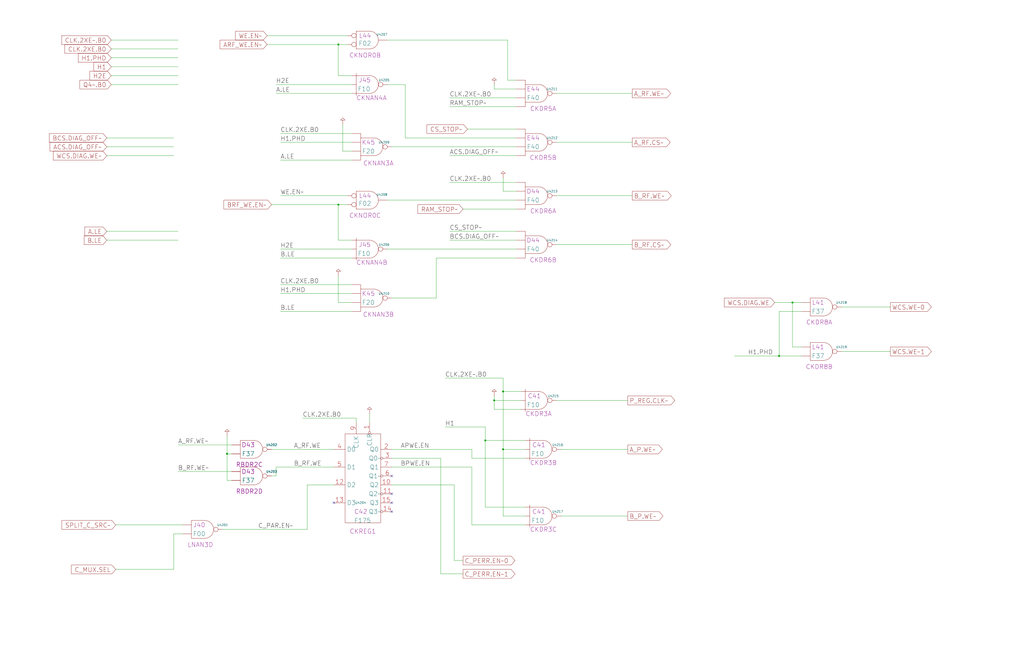
<source format=kicad_sch>
(kicad_sch (version 20250114) (generator "eeschema") (generator_version "9.0")
  (paper "User" 584.2 378.46)
  (title_block (title "CLOCK GENERATION\\nRAM WRITE ENABLES") (date "15-MAR-90") (rev "1.0") (comment 1 "TYPE") (comment 2 "232-003062") (comment 3 "S400") (comment 4 "RELEASED"))
  (lib_symbols
    (symbol "r1000:F00" (pin_numbers (hide yes)) (pin_names (hide yes))
      (property "Reference" "U" (at 15.24 0 0))
      (property "Value" "F00" (at 1.905 -5.08 0))
      (property "Location" "___" (at 1.905 0 0))
      (property "Name" "______" (at 2.54 -12.7 0))
      (symbol "F00_0_1"
        (polyline (pts (xy -2.54 2.54) (xy -2.54 -7.62)) (stroke (width 0.1524)))
        (polyline (pts (xy -2.54 2.54) (xy 5.08 2.54)) (stroke (width 0.1524)))
        (polyline (pts (xy -2.54 -7.62) (xy 5.08 -7.62)) (stroke (width 0.1524)))
        (arc (start 5.08 2.54) (mid 10.1281 -2.54) (end 5.08 -7.62) (stroke (width 0.1524)))
        (circle (center 11.43 -2.54) (radius 1.27) (stroke (width 0.1524)))
      )
      (symbol "F00_0_2"
        (arc (start -3.175 2.54) (mid -2.134 -2.54) (end -3.175 -7.62) (stroke (width 0.1524)))
        (circle (center -3.81 0) (radius 1.27) (stroke (width 0.1524)))
        (circle (center -3.81 -5.08) (radius 1.27) (stroke (width 0.1524)))
        (polyline (pts (xy -3.175 2.54) (xy 3.81 2.54)) (stroke (width 0.1524)))
        (polyline (pts (xy -3.175 -7.62) (xy 3.81 -7.62)) (stroke (width 0.1524)))
        (arc (start 3.81 2.54) (mid 7.5828 0.7472) (end 10.16 -2.54) (stroke (width 0.1524)))
        (arc (start 10.16 -2.54) (mid 7.5855 -5.8306) (end 3.81 -7.62) (stroke (width 0.1524)))
      )
      (symbol "F00_1_1"
        (pin input line (at -7.62 0 0) (length 5.08) (name "D0") (number "1"))
        (pin input line (at -7.62 -5.08 0) (length 5.08) (name "D1") (number "2"))
        (pin output line (at 15.24 -2.54 180) (length 2.54) (name "Q") (number "3"))
      )
      (symbol "F00_1_2"
        (pin input line (at -7.62 0 0) (length 2.54) (name "D0") (number "1"))
        (pin input line (at -7.62 -5.08 0) (length 2.54) (name "D1") (number "2"))
        (pin output line (at 15.24 -2.54 180) (length 5.08) (name "Q") (number "3"))
      )
    )
    (symbol "r1000:F02" (pin_numbers (hide yes)) (pin_names (hide yes))
      (property "Reference" "U" (at 12.16 0.635 0))
      (property "Value" "F02" (at -1.27 -4.445 0))
      (property "Location" "___" (at 2.54 0 0))
      (property "Name" "______" (at 2.54 -12.7 0))
      (symbol "F02_0_1"
        (arc (start -3.81 2.54) (mid -2.9847 -2.54) (end -3.81 -7.62) (stroke (width 0.1524)))
        (polyline (pts (xy -5.08 0) (xy -3.175 0)) (stroke (width 0.1524)))
        (polyline (pts (xy -5.08 -5.08) (xy -3.175 -5.08)) (stroke (width 0.1524)))
        (polyline (pts (xy -3.81 2.54) (xy 2.54 2.54)) (stroke (width 0.1524)))
        (polyline (pts (xy -3.81 -7.62) (xy 2.54 -7.62)) (stroke (width 0.1524)))
        (arc (start 2.54 2.54) (mid 6.9477 0.8966) (end 10.16 -2.54) (stroke (width 0.1524)))
        (arc (start 10.16 -2.54) (mid 6.9515 -5.9823) (end 2.54 -7.62) (stroke (width 0.1524)))
        (circle (center 11.43 -2.54) (radius 1.27) (stroke (width 0.1524)))
        (polyline (pts (xy 13.97 -2.54) (xy 12.7 -2.54)) (stroke (width 0.1524)))
      )
      (symbol "F02_0_2"
        (circle (center -3.81 0) (radius 1.27) (stroke (width 0.1524)))
        (circle (center -3.81 -5.08) (radius 1.27) (stroke (width 0.1524)))
        (polyline (pts (xy -2.54 2.54) (xy -2.54 -7.62)) (stroke (width 0.1524)))
        (polyline (pts (xy -2.54 2.54) (xy 5.08 2.54)) (stroke (width 0.1524)))
        (polyline (pts (xy -2.54 -7.62) (xy 5.08 -7.62)) (stroke (width 0.1524)))
        (arc (start 5.08 2.54) (mid 10.1281 -2.54) (end 5.08 -7.62) (stroke (width 0.1524)))
        (polyline (pts (xy 11.43 -2.54) (xy 10.16 -2.54)) (stroke (width 0.1524)))
        (polyline (pts (xy 11.43 -2.54) (xy 12.7 -2.54)) (stroke (width 0.1524)))
      )
      (symbol "F02_1_1"
        (pin input line (at -7.62 0 0) (length 2.54) (name "D0") (number "1"))
        (pin input line (at -7.62 -5.08 0) (length 2.54) (name "D1") (number "2"))
        (pin output line (at 15.24 -2.54 180) (length 1.27) (name "Q") (number "3"))
      )
      (symbol "F02_1_2"
        (pin input line (at -7.62 0 0) (length 2.54) (name "D0") (number "1"))
        (pin input line (at -7.62 -5.08 0) (length 2.54) (name "D1") (number "2"))
        (pin output line (at 15.24 -2.54 180) (length 2.54) (name "Q") (number "3"))
      )
    )
    (symbol "r1000:F10" (pin_numbers (hide yes)) (pin_names (hide yes))
      (property "Reference" "U" (at 13.335 0 0))
      (property "Value" "F10" (at 5.715 -5.08 0))
      (property "Location" "___" (at -1.27 0 0))
      (property "Name" "______" (at -2.54 -10.16 0))
      (symbol "F10_0_1"
        (polyline (pts (xy -2.54 3.81) (xy -2.54 -8.89)) (stroke (width 0.1524)))
        (polyline (pts (xy -2.54 2.54) (xy 5.08 2.54)) (stroke (width 0.1524)))
        (polyline (pts (xy -2.54 -7.62) (xy 5.08 -7.62)) (stroke (width 0.1524)))
        (arc (start 5.08 2.54) (mid 10.1281 -2.54) (end 5.08 -7.62) (stroke (width 0.1524)))
        (circle (center 11.43 -2.54) (radius 1.27) (stroke (width 0.1524)))
      )
      (symbol "F10_0_2"
        (arc (start -2.54 2.54) (mid -1.8195 -2.54) (end -2.54 -7.62) (stroke (width 0.1524)))
        (polyline (pts (xy -4.445 -2.54) (xy -5.08 -2.54)) (stroke (width 0.1524)))
        (circle (center -3.81 2.54) (radius 1.27) (stroke (width 0.1524)))
        (circle (center -3.81 -7.62) (radius 1.27) (stroke (width 0.1524)))
        (circle (center -3.175 -2.54) (radius 1.27) (stroke (width 0.1524)))
        (polyline (pts (xy -2.54 2.54) (xy 5.08 2.54)) (stroke (width 0.1524)))
        (polyline (pts (xy -2.54 -7.62) (xy 5.08 -7.62)) (stroke (width 0.1524)))
        (arc (start 5.08 2.54) (mid 8.4807 0.6111) (end 10.795 -2.54) (stroke (width 0.1524)))
        (arc (start 10.795 -2.54) (mid 8.4844 -5.6952) (end 5.08 -7.62) (stroke (width 0.1524)))
        (polyline (pts (xy 10.795 -2.54) (xy 12.7 -2.54)) (stroke (width 0.1524)))
      )
      (symbol "F10_1_1"
        (pin input line (at -5.08 2.54 0) (length 2.54) (name "D0") (number "1"))
        (pin input line (at -5.08 -2.54 0) (length 2.54) (name "D1") (number "2"))
        (pin input line (at -5.08 -7.62 0) (length 2.54) (name "D2") (number "3"))
        (pin output line (at 15.24 -2.54 180) (length 2.54) (name "Q") (number "4"))
      )
      (symbol "F10_1_2"
        (pin input line (at -5.08 2.54 0) (length 0) (name "D0") (number "1"))
        (pin input line (at -5.08 -2.54 0) (length 0) (name "D1") (number "2"))
        (pin input line (at -5.08 -7.62 0) (length 0) (name "D2") (number "3"))
        (pin output line (at 15.24 -2.54 180) (length 2.54) (name "Q") (number "4"))
      )
    )
    (symbol "r1000:F175" (pin_names (offset 1.016))
      (property "Reference" "U" (at 2.54 5.08 0))
      (property "Value" "F175" (at -1.27 -5.08 0))
      (property "Location" "___" (at -1.27 0 0))
      (property "Name" "______" (at 3.81 -12.7 0))
      (symbol "F175_1_1"
        (rectangle (start -6.35 44.45) (end 13.97 -6.35))
        (circle (center 7.62 45.085) (radius 0.635))
        (circle (center 14.605 30.48) (radius 0.635))
        (circle (center 14.605 20.32) (radius 0.635))
        (circle (center 14.605 10.16) (radius 0.635))
        (circle (center 14.605 0) (radius 0.635))
        (pin input line (at -12.7 35.56 0) (length 6.35) (name "D0") (number "4"))
        (pin input line (at -12.7 25.4 0) (length 6.35) (name "D1") (number "5"))
        (pin input line (at -12.7 15.24 0) (length 6.35) (name "D2") (number "12"))
        (pin input line (at -12.7 5.08 0) (length 6.35) (name "D3") (number "13"))
        (pin input line (at 0 50.8 270) (length 6.35) (name "CLK") (number "9"))
        (pin input line (at 7.62 50.8 270) (length 5.08) (name "CLR") (number "1"))
        (pin output line (at 20.32 35.56 180) (length 6.35) (name "Q0") (number "2"))
        (pin output line (at 20.32 30.48 180) (length 5.08) (name "Q0~") (number "3"))
        (pin output line (at 20.32 25.4 180) (length 6.35) (name "Q1") (number "7"))
        (pin output line (at 20.32 20.32 180) (length 5.08) (name "Q1~") (number "6"))
        (pin output line (at 20.32 15.24 180) (length 6.35) (name "Q2") (number "10"))
        (pin output line (at 20.32 10.16 180) (length 5.08) (name "Q2~") (number "11"))
        (pin output line (at 20.32 5.08 180) (length 6.35) (name "Q3") (number "15"))
        (pin output line (at 20.32 0 180) (length 5.08) (name "Q3~") (number "14"))
      )
    )
    (symbol "r1000:F20" (pin_numbers (hide yes)) (pin_names (hide yes))
      (property "Reference" "U" (at 8.255 2.54 0))
      (property "Value" "F20" (at -0.635 -2.54 0))
      (property "Location" "___" (at -0.635 2.54 0))
      (property "Name" "______" (at 5.08 -10.795 0))
      (symbol "F20_0_1"
        (polyline (pts (xy -5.08 7.62) (xy -5.08 5.08)) (stroke (width 0.1524)))
        (polyline (pts (xy -5.08 5.08) (xy -5.08 -5.08)) (stroke (width 0.1524)))
        (polyline (pts (xy -5.08 -5.08) (xy -5.08 -7.62)) (stroke (width 0.1524)))
        (arc (start 2.54 5.08) (mid 7.5882 0) (end 2.54 -5.08) (stroke (width 0.1524)))
        (polyline (pts (xy 2.54 5.08) (xy -5.08 5.08)) (stroke (width 0.1524)))
        (polyline (pts (xy 2.54 -5.08) (xy -5.08 -5.08)) (stroke (width 0.1524)))
        (circle (center 8.89 0) (radius 1.27) (stroke (width 0.1524)))
      )
      (symbol "F20_0_2"
        (arc (start -6.35 7.62) (mid -5.3975 0) (end -6.35 -7.62) (stroke (width 0.1524)))
        (circle (center -7.62 7.62) (radius 1.27) (stroke (width 0.1524)))
        (circle (center -7.62 -7.62) (radius 1.27) (stroke (width 0.1524)))
        (circle (center -6.985 2.54) (radius 1.27) (stroke (width 0.1524)))
        (circle (center -6.985 -2.54) (radius 1.27) (stroke (width 0.1524)))
        (polyline (pts (xy -5.715 5.08) (xy 1.27 5.08)) (stroke (width 0.1524)))
        (polyline (pts (xy -5.715 -5.08) (xy 1.27 -5.08)) (stroke (width 0.1524)))
        (arc (start 7.62 0) (mid 5.0518 -3.2985) (end 1.27 -5.08) (stroke (width 0.1524)))
        (arc (start 1.27 5.08) (mid 5.0518 3.2985) (end 7.62 0) (stroke (width 0.1524)))
      )
      (symbol "F20_1_1"
        (pin input line (at -10.16 7.62 0) (length 5.08) (name "D0") (number "1"))
        (pin input line (at -10.16 2.54 0) (length 5.08) (name "D1") (number "2"))
        (pin input line (at -10.16 -2.54 0) (length 5.08) (name "D2") (number "4"))
        (pin input line (at -10.16 -7.62 0) (length 5.08) (name "D3") (number "5"))
        (pin output line (at 12.7 0 180) (length 2.54) (name "Q") (number "6"))
      )
      (symbol "F20_1_2"
        (pin input line (at -10.16 7.62 0) (length 1.27) (name "D0") (number "1"))
        (pin input line (at -10.16 2.54 0) (length 1.905) (name "D1") (number "2"))
        (pin input line (at -10.16 -2.54 0) (length 1.905) (name "D2") (number "4"))
        (pin input line (at -10.16 -7.62 0) (length 1.27) (name "D3") (number "5"))
        (pin output line (at 12.7 0 180) (length 5.08) (name "Q") (number "6"))
      )
    )
    (symbol "r1000:F37" (pin_numbers (hide yes)) (pin_names (offset 0) (hide yes))
      (property "Reference" "U" (at 15.24 0 0))
      (property "Value" "F37" (at 1.905 -5.08 0))
      (property "Location" "___" (at 1.905 0 0))
      (property "Name" "______" (at 2.54 -12.7 0))
      (symbol "F37_0_1"
        (polyline (pts (xy -2.54 2.54) (xy -2.54 -7.62)) (stroke (width 0.1524)))
        (polyline (pts (xy -2.54 2.54) (xy 5.08 2.54)) (stroke (width 0.1524)))
        (polyline (pts (xy -2.54 -7.62) (xy 5.08 -7.62)) (stroke (width 0.1524)))
        (arc (start 5.08 2.54) (mid 10.1281 -2.54) (end 5.08 -7.62) (stroke (width 0.1524)))
        (circle (center 11.43 -2.54) (radius 1.27) (stroke (width 0.1524)))
      )
      (symbol "F37_0_2"
        (arc (start -3.175 2.54) (mid -2.134 -2.54) (end -3.175 -7.62) (stroke (width 0.1524)))
        (circle (center -3.81 0) (radius 1.27) (stroke (width 0.1524)))
        (circle (center -3.81 -5.08) (radius 1.27) (stroke (width 0.1524)))
        (polyline (pts (xy -3.175 2.54) (xy 3.81 2.54)) (stroke (width 0.1524)))
        (polyline (pts (xy -3.175 -7.62) (xy 3.81 -7.62)) (stroke (width 0.1524)))
        (arc (start 3.81 2.54) (mid 7.5828 0.7472) (end 10.16 -2.54) (stroke (width 0.1524)))
        (arc (start 10.16 -2.54) (mid 7.5855 -5.8306) (end 3.81 -7.62) (stroke (width 0.1524)))
      )
      (symbol "F37_1_1"
        (pin input line (at -7.62 0 0) (length 5.08) (name "D0") (number "1"))
        (pin input line (at -7.62 -5.08 0) (length 5.08) (name "D1") (number "2"))
        (pin output line (at 15.24 -2.54 180) (length 2.54) (name "Q") (number "3"))
      )
      (symbol "F37_1_2"
        (pin input line (at -7.62 0 0) (length 2.54) (name "D0") (number "1"))
        (pin input line (at -7.62 -5.08 0) (length 2.54) (name "D1") (number "2"))
        (pin output line (at 15.24 -2.54 180) (length 5.08) (name "Q") (number "3"))
      )
    )
    (symbol "r1000:F40" (pin_numbers (hide yes)) (pin_names (hide yes))
      (property "Reference" "U" (at 12.7 2.54 0))
      (property "Value" "F40" (at 1.905 -2.54 0))
      (property "Location" "___" (at 1.905 2.54 0))
      (property "Name" "______" (at 7.62 -10.16 0))
      (symbol "F40_0_0"
        (polyline (pts (xy -2.54 5.08) (xy 5.08 5.08)) (stroke (width 0.1524)))
        (polyline (pts (xy -2.54 -5.08) (xy 5.08 -5.08)) (stroke (width 0.1524)))
        (arc (start 5.08 5.08) (mid 8.6721 3.5921) (end 10.16 0) (stroke (width 0.1524)))
        (arc (start 10.16 0) (mid 8.6721 -3.5921) (end 5.08 -5.08) (stroke (width 0.1524)))
        (circle (center 11.43 0) (radius 1.27) (stroke (width 0.1524)))
      )
      (symbol "F40_0_1"
        (polyline (pts (xy -2.54 7.62) (xy -2.54 5.08)) (stroke (width 0.1524)))
        (polyline (pts (xy -2.54 5.08) (xy -2.54 -5.08)) (stroke (width 0.1524)))
        (polyline (pts (xy -2.54 -5.08) (xy -2.54 -7.62)) (stroke (width 0.1524)))
      )
      (symbol "F40_1_1"
        (pin input line (at -7.62 7.62 0) (length 5.08) (name "D0") (number "1"))
        (pin input line (at -7.62 2.54 0) (length 5.08) (name "D3") (number "2"))
        (pin input line (at -7.62 -2.54 0) (length 5.08) (name "D4") (number "4"))
        (pin input line (at -7.62 -7.62 0) (length 5.08) (name "D5") (number "5"))
        (pin output line (at 15.24 0 180) (length 2.54) (name "Q") (number "6"))
      )
    )
    (symbol "r1000:PU" (power) (pin_numbers (hide yes)) (pin_names (hide yes))
      (symbol "PU_0_1"
        (polyline (pts (xy 0 2.54) (xy -1.27 2.54) (xy 0 3.81) (xy 1.27 2.54) (xy 0 2.54)) (stroke (width 0.1524)))
      )
      (symbol "PU_1_1"
        (pin power_in line (at 0 0 90) (length 2.54) (name "PU") (number "1"))
      )
    )
  )
  (junction (at 444.5 203.2))
  (junction (at 281.94 228.6))
  (junction (at 287.02 256.54))
  (junction (at 193.04 116.84))
  (junction (at 193.04 25.4))
  (junction (at 452.12 172.72))
  (junction (at 129.54 259.08))
  (junction (at 287.02 223.52))
  (junction (at 276.86 251.46))
  (no_connect (at 190.5 287.02))
  (no_connect (at 223.52 287.02))
  (no_connect (at 223.52 292.1))
  (no_connect (at 223.52 271.78))
  (no_connect (at 223.52 281.94))
  (wire (pts (xy 160.02 91.44) (xy 200.66 91.44)))
  (wire (pts (xy 193.04 43.18) (xy 193.04 25.4)))
  (wire (pts (xy 281.94 233.68) (xy 281.94 228.6)))
  (wire (pts (xy 60.96 137.16) (xy 101.6 137.16)))
  (wire (pts (xy 299.72 294.64) (xy 287.02 294.64)))
  (wire (pts (xy 480.06 175.26) (xy 508 175.26)))
  (wire (pts (xy 289.56 45.72) (xy 294.64 45.72)))
  (wire (pts (xy 256.54 132.08) (xy 294.64 132.08)))
  (wire (pts (xy 266.7 73.66) (xy 294.64 73.66)))
  (wire (pts (xy 160.02 162.56) (xy 200.66 162.56)))
  (wire (pts (xy 294.64 78.74) (xy 231.14 78.74)))
  (wire (pts (xy 441.96 172.72) (xy 452.12 172.72)))
  (wire (pts (xy 66.04 325.12) (xy 99.06 325.12)))
  (wire (pts (xy 220.98 142.24) (xy 294.64 142.24)))
  (wire (pts (xy 452.12 198.12) (xy 452.12 172.72)))
  (wire (pts (xy 317.5 111.76) (xy 360.68 111.76)))
  (wire (pts (xy 193.04 25.4) (xy 198.12 25.4)))
  (wire (pts (xy 294.64 109.22) (xy 287.02 109.22)))
  (wire (pts (xy 99.06 304.8) (xy 99.06 325.12)))
  (wire (pts (xy 276.86 243.84) (xy 254 243.84)))
  (wire (pts (xy 223.52 261.62) (xy 251.46 261.62)))
  (wire (pts (xy 256.54 137.16) (xy 294.64 137.16)))
  (wire (pts (xy 457.2 198.12) (xy 452.12 198.12)))
  (wire (pts (xy 157.48 48.26) (xy 200.66 48.26)))
  (wire (pts (xy 200.66 43.18) (xy 193.04 43.18)))
  (wire (pts (xy 193.04 172.72) (xy 193.04 157.48)))
  (wire (pts (xy 287.02 109.22) (xy 287.02 101.6)))
  (wire (pts (xy 457.2 177.8) (xy 444.5 177.8)))
  (wire (pts (xy 157.48 266.7) (xy 157.48 271.78)))
  (wire (pts (xy 264.16 119.38) (xy 294.64 119.38)))
  (wire (pts (xy 287.02 256.54) (xy 299.72 256.54)))
  (wire (pts (xy 317.5 228.6) (xy 358.14 228.6)))
  (wire (pts (xy 480.06 200.66) (xy 508 200.66)))
  (wire (pts (xy 287.02 215.9) (xy 254 215.9)))
  (wire (pts (xy 200.66 86.36) (xy 195.58 86.36)))
  (wire (pts (xy 289.56 22.86) (xy 289.56 45.72)))
  (wire (pts (xy 297.18 233.68) (xy 281.94 233.68)))
  (wire (pts (xy 157.48 271.78) (xy 154.94 271.78)))
  (wire (pts (xy 276.86 289.56) (xy 276.86 251.46)))
  (wire (pts (xy 419.1 203.2) (xy 444.5 203.2)))
  (wire (pts (xy 269.24 261.62) (xy 269.24 256.54)))
  (wire (pts (xy 294.64 147.32) (xy 248.92 147.32)))
  (wire (pts (xy 248.92 170.18) (xy 223.52 170.18)))
  (wire (pts (xy 299.72 299.72) (xy 269.24 299.72)))
  (wire (pts (xy 172.72 238.76) (xy 203.2 238.76)))
  (wire (pts (xy 231.14 48.26) (xy 220.98 48.26)))
  (wire (pts (xy 256.54 55.88) (xy 294.64 55.88)))
  (wire (pts (xy 299.72 261.62) (xy 269.24 261.62)))
  (wire (pts (xy 320.04 294.64) (xy 358.14 294.64)))
  (wire (pts (xy 210.82 236.22) (xy 210.82 241.3)))
  (wire (pts (xy 259.08 276.86) (xy 259.08 320.04)))
  (wire (pts (xy 223.52 266.7) (xy 269.24 266.7)))
  (wire (pts (xy 160.02 167.64) (xy 200.66 167.64)))
  (wire (pts (xy 256.54 88.9) (xy 294.64 88.9)))
  (wire (pts (xy 63.5 27.94) (xy 101.6 27.94)))
  (wire (pts (xy 160.02 177.8) (xy 200.66 177.8)))
  (wire (pts (xy 101.6 269.24) (xy 132.08 269.24)))
  (wire (pts (xy 299.72 289.56) (xy 276.86 289.56)))
  (wire (pts (xy 317.5 81.28) (xy 360.68 81.28)))
  (wire (pts (xy 287.02 223.52) (xy 297.18 223.52)))
  (wire (pts (xy 190.5 266.7) (xy 157.48 266.7)))
  (wire (pts (xy 281.94 228.6) (xy 281.94 226.06)))
  (wire (pts (xy 320.04 256.54) (xy 358.14 256.54)))
  (wire (pts (xy 317.5 139.7) (xy 360.68 139.7)))
  (wire (pts (xy 154.94 116.84) (xy 193.04 116.84)))
  (wire (pts (xy 294.64 50.8) (xy 281.94 50.8)))
  (wire (pts (xy 160.02 76.2) (xy 200.66 76.2)))
  (wire (pts (xy 220.98 22.86) (xy 289.56 22.86)))
  (wire (pts (xy 129.54 259.08) (xy 129.54 248.92)))
  (wire (pts (xy 223.52 83.82) (xy 294.64 83.82)))
  (wire (pts (xy 60.96 132.08) (xy 101.6 132.08)))
  (wire (pts (xy 160.02 142.24) (xy 200.66 142.24)))
  (wire (pts (xy 287.02 294.64) (xy 287.02 256.54)))
  (wire (pts (xy 256.54 60.96) (xy 294.64 60.96)))
  (wire (pts (xy 248.92 147.32) (xy 248.92 170.18)))
  (wire (pts (xy 251.46 327.66) (xy 264.16 327.66)))
  (wire (pts (xy 129.54 259.08) (xy 132.08 259.08)))
  (wire (pts (xy 231.14 78.74) (xy 231.14 48.26)))
  (wire (pts (xy 60.96 88.9) (xy 99.06 88.9)))
  (wire (pts (xy 287.02 223.52) (xy 287.02 215.9)))
  (wire (pts (xy 175.26 302.26) (xy 127 302.26)))
  (wire (pts (xy 63.5 38.1) (xy 101.6 38.1)))
  (wire (pts (xy 281.94 50.8) (xy 281.94 48.26)))
  (wire (pts (xy 132.08 274.32) (xy 129.54 274.32)))
  (wire (pts (xy 157.48 53.34) (xy 200.66 53.34)))
  (wire (pts (xy 256.54 104.14) (xy 294.64 104.14)))
  (wire (pts (xy 444.5 177.8) (xy 444.5 203.2)))
  (wire (pts (xy 287.02 256.54) (xy 287.02 223.52)))
  (wire (pts (xy 152.4 20.32) (xy 198.12 20.32)))
  (wire (pts (xy 63.5 48.26) (xy 101.6 48.26)))
  (wire (pts (xy 193.04 116.84) (xy 198.12 116.84)))
  (wire (pts (xy 276.86 251.46) (xy 276.86 243.84)))
  (wire (pts (xy 63.5 22.86) (xy 101.6 22.86)))
  (wire (pts (xy 193.04 137.16) (xy 193.04 116.84)))
  (wire (pts (xy 200.66 137.16) (xy 193.04 137.16)))
  (wire (pts (xy 160.02 81.28) (xy 200.66 81.28)))
  (wire (pts (xy 160.02 147.32) (xy 200.66 147.32)))
  (wire (pts (xy 63.5 33.02) (xy 101.6 33.02)))
  (wire (pts (xy 152.4 25.4) (xy 193.04 25.4)))
  (wire (pts (xy 444.5 203.2) (xy 457.2 203.2)))
  (wire (pts (xy 154.94 256.54) (xy 190.5 256.54)))
  (wire (pts (xy 317.5 53.34) (xy 360.68 53.34)))
  (wire (pts (xy 452.12 172.72) (xy 457.2 172.72)))
  (wire (pts (xy 259.08 320.04) (xy 264.16 320.04)))
  (wire (pts (xy 160.02 111.76) (xy 198.12 111.76)))
  (wire (pts (xy 200.66 172.72) (xy 193.04 172.72)))
  (wire (pts (xy 195.58 86.36) (xy 195.58 71.12)))
  (wire (pts (xy 203.2 241.3) (xy 203.2 238.76)))
  (wire (pts (xy 223.52 256.54) (xy 269.24 256.54)))
  (wire (pts (xy 104.14 304.8) (xy 99.06 304.8)))
  (wire (pts (xy 269.24 299.72) (xy 269.24 266.7)))
  (wire (pts (xy 129.54 274.32) (xy 129.54 259.08)))
  (wire (pts (xy 281.94 228.6) (xy 297.18 228.6)))
  (wire (pts (xy 101.6 254) (xy 132.08 254)))
  (wire (pts (xy 251.46 261.62) (xy 251.46 327.66)))
  (wire (pts (xy 60.96 83.82) (xy 99.06 83.82)))
  (wire (pts (xy 299.72 251.46) (xy 276.86 251.46)))
  (wire (pts (xy 220.98 114.3) (xy 294.64 114.3)))
  (wire (pts (xy 60.96 78.74) (xy 99.06 78.74)))
  (wire (pts (xy 63.5 43.18) (xy 101.6 43.18)))
  (wire (pts (xy 190.5 276.86) (xy 175.26 276.86)))
  (wire (pts (xy 175.26 276.86) (xy 175.26 302.26)))
  (wire (pts (xy 66.04 299.72) (xy 104.14 299.72)))
  (wire (pts (xy 223.52 276.86) (xy 259.08 276.86)))
  (label "A_RF.WE" (at 167.64 256.54 0) (effects (font (size 2.54 2.54))))
  (label "A_RF.WE~" (at 101.6 254 0) (effects (font (size 2.54 2.54))))
  (label "B_RF.WE" (at 167.64 266.7 0) (effects (font (size 2.54 2.54))))
  (label "CLK.2XE~.B0" (at 256.54 104.14 0) (effects (font (size 2.54 2.54))))
  (label "BPWE.EN" (at 228.6 266.7 0) (effects (font (size 2.54 2.54))))
  (label "B.LE" (at 160.02 147.32 0) (effects (font (size 2.54 2.54))))
  (label "A.LE" (at 160.02 91.44 0) (effects (font (size 2.54 2.54))))
  (label "B_RF.WE~" (at 101.6 269.24 0) (effects (font (size 2.54 2.54))))
  (label "ACS.DIAG_OFF~" (at 256.54 88.9 0) (effects (font (size 2.54 2.54))))
  (label "CLK.2XE~.B0" (at 254 215.9 0) (effects (font (size 2.54 2.54))))
  (label "B.LE" (at 160.02 177.8 0) (effects (font (size 2.54 2.54))))
  (label "BCS.DIAG_OFF~" (at 256.54 137.16 0) (effects (font (size 2.54 2.54))))
  (label "H1" (at 254 243.84 0) (effects (font (size 2.54 2.54))))
  (label "CLK.2XE.B0" (at 160.02 162.56 0) (effects (font (size 2.54 2.54))))
  (label "H1.PHD" (at 426.72 203.2 0) (effects (font (size 2.54 2.54))))
  (label "C_PAR.EN~" (at 147.32 302.26 0) (effects (font (size 2.54 2.54))))
  (label "CS_STOP~" (at 256.54 132.08 0) (effects (font (size 2.54 2.54))))
  (label "CLK.2XE.B0" (at 172.72 238.76 0) (effects (font (size 2.54 2.54))))
  (label "H2E" (at 160.02 142.24 0) (effects (font (size 2.54 2.54))))
  (label "WE.EN~" (at 160.02 111.76 0) (effects (font (size 2.54 2.54))))
  (label "APWE.EN" (at 228.6 256.54 0) (effects (font (size 2.54 2.54))))
  (label "CLK.2XE.B0" (at 160.02 76.2 0) (effects (font (size 2.54 2.54))))
  (label "CLK.2XE~.B0" (at 256.54 55.88 0) (effects (font (size 2.54 2.54))))
  (label "A.LE" (at 157.48 53.34 0) (effects (font (size 2.54 2.54))))
  (label "H1.PHD" (at 160.02 167.64 0) (effects (font (size 2.54 2.54))))
  (label "RAM_STOP~" (at 256.54 60.96 0) (effects (font (size 2.54 2.54))))
  (label "H2E" (at 157.48 48.26 0) (effects (font (size 2.54 2.54))))
  (label "H1.PHD" (at 160.02 81.28 0) (effects (font (size 2.54 2.54))))
  (global_label "C_MUX.SEL" (shape input) (at 66.04 325.12 180) (effects (font (size 2.54 2.54))) (property "Intersheetrefs" "${INTERSHEET_REFS}" (at 40.773 324.9613 0) (effects (font (size 1.905 1.905)) (justify right))))
  (global_label "ACS.DIAG_OFF~" (shape input) (at 60.96 83.82 180) (effects (font (size 2.54 2.54))) (property "Intersheetrefs" "${INTERSHEET_REFS}" (at 28.5569 83.6613 0) (effects (font (size 1.905 1.905)) (justify right))))
  (global_label "A_RF.CS~" (shape output) (at 360.68 81.28 0) (effects (font (size 2.54 2.54))) (property "Intersheetrefs" "${INTERSHEET_REFS}" (at 382.3184 81.1213 0) (effects (font (size 1.905 1.905)) (justify left))))
  (global_label "Q4~.B0" (shape input) (at 63.5 48.26 180) (effects (font (size 2.54 2.54))) (property "Intersheetrefs" "${INTERSHEET_REFS}" (at 45.6111 48.1013 0) (effects (font (size 1.905 1.905)) (justify right))))
  (global_label "WCS.WE~0" (shape output) (at 508 175.26 0) (effects (font (size 2.54 2.54))) (property "Intersheetrefs" "${INTERSHEET_REFS}" (at 531.3317 175.1013 0) (effects (font (size 1.905 1.905)) (justify left))))
  (global_label "A_RF.WE~" (shape output) (at 360.68 53.34 0) (effects (font (size 2.54 2.54))) (property "Intersheetrefs" "${INTERSHEET_REFS}" (at 382.5603 53.1813 0) (effects (font (size 1.905 1.905)) (justify left))))
  (global_label "B.LE" (shape input) (at 60.96 137.16 180) (effects (font (size 2.54 2.54))) (property "Intersheetrefs" "${INTERSHEET_REFS}" (at 48.0302 137.0013 0) (effects (font (size 1.905 1.905)) (justify right))))
  (global_label "C_PERR.EN~0" (shape output) (at 264.16 320.04 0) (effects (font (size 2.54 2.54))) (property "Intersheetrefs" "${INTERSHEET_REFS}" (at 293.7812 319.8813 0) (effects (font (size 1.905 1.905)) (justify left))))
  (global_label "P_REG.CLK~" (shape output) (at 358.14 228.6 0) (effects (font (size 2.54 2.54))) (property "Intersheetrefs" "${INTERSHEET_REFS}" (at 384.9793 228.4413 0) (effects (font (size 1.905 1.905)) (justify left))))
  (global_label "CLK.2XE~.B0" (shape input) (at 63.5 22.86 180) (effects (font (size 2.54 2.54))) (property "Intersheetrefs" "${INTERSHEET_REFS}" (at 35.2092 22.7013 0) (effects (font (size 1.905 1.905)) (justify right))))
  (global_label "WCS.DIAG.WE~" (shape input) (at 60.96 88.9 180) (effects (font (size 2.54 2.54))) (property "Intersheetrefs" "${INTERSHEET_REFS}" (at 30.3711 88.7413 0) (effects (font (size 1.905 1.905)) (justify right))))
  (global_label "SPLIT_C_SRC~" (shape input) (at 66.04 299.72 180) (effects (font (size 2.54 2.54))) (property "Intersheetrefs" "${INTERSHEET_REFS}" (at 35.3302 299.5613 0) (effects (font (size 1.905 1.905)) (justify right))))
  (global_label "B_P.WE~" (shape output) (at 358.14 294.64 0) (effects (font (size 2.54 2.54))) (property "Intersheetrefs" "${INTERSHEET_REFS}" (at 378.206 294.4813 0) (effects (font (size 1.905 1.905)) (justify left))))
  (global_label "BRF_WE.EN~" (shape input) (at 154.94 116.84 180) (effects (font (size 2.54 2.54))) (property "Intersheetrefs" "${INTERSHEET_REFS}" (at 127.7378 116.6813 0) (effects (font (size 1.905 1.905)) (justify right))))
  (global_label "ARF_WE.EN~" (shape input) (at 152.4 25.4 180) (effects (font (size 2.54 2.54))) (property "Intersheetrefs" "${INTERSHEET_REFS}" (at 125.5607 25.2413 0) (effects (font (size 1.905 1.905)) (justify right))))
  (global_label "B_RF.WE~" (shape output) (at 360.68 111.76 0) (effects (font (size 2.54 2.54))) (property "Intersheetrefs" "${INTERSHEET_REFS}" (at 382.9231 111.6013 0) (effects (font (size 1.905 1.905)) (justify left))))
  (global_label "WCS.DIAG.WE" (shape input) (at 441.96 172.72 180) (effects (font (size 2.54 2.54))) (property "Intersheetrefs" "${INTERSHEET_REFS}" (at 413.1854 172.5613 0) (effects (font (size 1.905 1.905)) (justify right))))
  (global_label "A.LE" (shape input) (at 60.96 132.08 180) (effects (font (size 2.54 2.54))) (property "Intersheetrefs" "${INTERSHEET_REFS}" (at 48.393 131.9213 0) (effects (font (size 1.905 1.905)) (justify right))))
  (global_label "H1.PHD" (shape input) (at 63.5 33.02 180) (effects (font (size 2.54 2.54))) (property "Intersheetrefs" "${INTERSHEET_REFS}" (at 44.6435 32.8613 0) (effects (font (size 1.905 1.905)) (justify right))))
  (global_label "CLK.2XE.B0" (shape input) (at 63.5 27.94 180) (effects (font (size 2.54 2.54))) (property "Intersheetrefs" "${INTERSHEET_REFS}" (at 37.0235 27.7813 0) (effects (font (size 1.905 1.905)) (justify right))))
  (global_label "B_RF.CS~" (shape output) (at 360.68 139.7 0) (effects (font (size 2.54 2.54))) (property "Intersheetrefs" "${INTERSHEET_REFS}" (at 382.6812 139.5413 0) (effects (font (size 1.905 1.905)) (justify left))))
  (global_label "A_P.WE~" (shape output) (at 358.14 256.54 0) (effects (font (size 2.54 2.54))) (property "Intersheetrefs" "${INTERSHEET_REFS}" (at 377.8431 256.3813 0) (effects (font (size 1.905 1.905)) (justify left))))
  (global_label "C_PERR.EN~1" (shape output) (at 264.16 327.66 0) (effects (font (size 2.54 2.54))) (property "Intersheetrefs" "${INTERSHEET_REFS}" (at 293.7812 327.5013 0) (effects (font (size 1.905 1.905)) (justify left))))
  (global_label "CS_STOP~" (shape input) (at 266.7 73.66 180) (effects (font (size 2.54 2.54))) (property "Intersheetrefs" "${INTERSHEET_REFS}" (at 243.6102 73.5013 0) (effects (font (size 1.905 1.905)) (justify right))))
  (global_label "H2E" (shape input) (at 63.5 43.18 180) (effects (font (size 2.54 2.54))) (property "Intersheetrefs" "${INTERSHEET_REFS}" (at 51.2959 43.0213 0) (effects (font (size 1.905 1.905)) (justify right))))
  (global_label "H1" (shape input) (at 63.5 38.1 180) (effects (font (size 2.54 2.54))) (property "Intersheetrefs" "${INTERSHEET_REFS}" (at 53.594 37.9413 0) (effects (font (size 1.905 1.905)) (justify right))))
  (global_label "RAM_STOP~" (shape input) (at 264.16 119.38 180) (effects (font (size 2.54 2.54))) (property "Intersheetrefs" "${INTERSHEET_REFS}" (at 238.4092 119.2213 0) (effects (font (size 1.905 1.905)) (justify right))))
  (global_label "BCS.DIAG_OFF~" (shape input) (at 60.96 78.74 180) (effects (font (size 2.54 2.54))) (property "Intersheetrefs" "${INTERSHEET_REFS}" (at 28.194 78.5813 0) (effects (font (size 1.905 1.905)) (justify right))))
  (global_label "WCS.WE~1" (shape output) (at 508 200.66 0) (effects (font (size 2.54 2.54))) (property "Intersheetrefs" "${INTERSHEET_REFS}" (at 531.3317 200.5013 0) (effects (font (size 1.905 1.905)) (justify left))))
  (global_label "WE.EN~" (shape input) (at 152.4 20.32 180) (effects (font (size 2.54 2.54))) (property "Intersheetrefs" "${INTERSHEET_REFS}" (at 134.3902 20.1613 0) (effects (font (size 1.905 1.905)) (justify right))))
  (symbol (lib_id "r1000:PU") (at 129.54 248.92 0) (unit 1)
    (property "Reference" "#PWR04202" (effects (hide yes)))
    (property "Value" "PU" (effects (hide yes)))
  )
  (symbol (lib_id "r1000:F00") (at 111.76 299.72 0) (unit 1)
    (property "Reference" "U4201" (at 127 299.72 0))
    (property "Value" "F00" (at 113.665 304.8 0) (effects (font (size 2.54 2.54))))
    (property "Location" "J40" (at 113.665 299.72 0) (effects (font (size 2.54 2.54))))
    (property "Name" "LNAN3D" (at 114.3 312.42 0) (effects (font (size 2.54 2.54)) (justify bottom)))
  )
  (symbol (lib_id "r1000:PU") (at 193.04 157.48 0) (unit 1)
    (property "Reference" "#PWR04203" (effects (hide yes)))
    (property "Value" "PU" (effects (hide yes)))
  )
  (symbol (lib_id "r1000:PU") (at 281.94 48.26 0) (unit 1)
    (property "Reference" "#PWR0110" (effects (hide yes)))
    (property "Value" "PU" (effects (hide yes)))
  )
  (symbol (lib_id "r1000:F40") (at 302.26 139.7 0) (unit 1)
    (property "Reference" "U4214" (at 314.96 137.16 0))
    (property "Value" "F40" (at 304.165 142.24 0) (effects (font (size 2.54 2.54))))
    (property "Location" "D44" (at 304.165 137.16 0) (effects (font (size 2.54 2.54))))
    (property "Name" "CKDR6B" (at 309.88 149.86 0) (effects (font (size 2.54 2.54)) (justify bottom)))
  )
  (symbol (lib_id "r1000:F40") (at 302.26 53.34 0) (unit 1)
    (property "Reference" "U4211" (at 314.96 50.8 0))
    (property "Value" "F40" (at 304.165 55.88 0) (effects (font (size 2.54 2.54))))
    (property "Location" "E44" (at 304.165 50.8 0) (effects (font (size 2.54 2.54))))
    (property "Name" "CKDR5A" (at 309.88 63.5 0) (effects (font (size 2.54 2.54)) (justify bottom)))
  )
  (symbol (lib_id "r1000:F40") (at 302.26 111.76 0) (unit 1)
    (property "Reference" "U4213" (at 314.96 109.22 0))
    (property "Value" "F40" (at 304.165 114.3 0) (effects (font (size 2.54 2.54))))
    (property "Location" "D44" (at 304.165 109.22 0) (effects (font (size 2.54 2.54))))
    (property "Name" "CKDR6A" (at 309.88 121.92 0) (effects (font (size 2.54 2.54)) (justify bottom)))
  )
  (symbol (lib_id "r1000:F02") (at 205.74 111.76 0) (unit 1) (convert 2)
    (property "Reference" "U4208" (at 217.9 111.125 0))
    (property "Value" "F02" (at 204.47 116.205 0) (effects (font (size 2.54 2.54)) (justify left)))
    (property "Location" "L44" (at 208.28 111.76 0) (effects (font (size 2.54 2.54))))
    (property "Name" "CKNOR0C" (at 208.28 124.46 0) (effects (font (size 2.54 2.54)) (justify bottom)))
  )
  (symbol (lib_id "r1000:F37") (at 139.7 254 0) (unit 1)
    (property "Reference" "U4202" (at 154.94 254 0))
    (property "Value" "F37" (at 141.605 259.08 0) (effects (font (size 2.54 2.54))))
    (property "Location" "D43" (at 141.605 254 0) (effects (font (size 2.54 2.54))))
    (property "Name" "RBDR2C" (at 142.24 266.7 0) (effects (font (size 2.54 2.54)) (justify bottom)))
  )
  (symbol (lib_id "r1000:F20") (at 210.82 170.18 0) (unit 1)
    (property "Reference" "U4210" (at 219.075 167.64 0))
    (property "Value" "F20" (at 210.185 172.72 0) (effects (font (size 2.54 2.54))))
    (property "Location" "K45" (at 210.185 167.64 0) (effects (font (size 2.54 2.54))))
    (property "Name" "CKNAN3B" (at 215.9 180.975 0) (effects (font (size 2.54 2.54)) (justify bottom)))
  )
  (symbol (lib_id "r1000:F10") (at 302.26 226.06 0) (unit 1)
    (property "Reference" "U4215" (at 315.595 226.06 0))
    (property "Value" "F10" (at 307.975 231.14 0) (effects (font (size 2.54 2.54)) (justify right)))
    (property "Location" "C41" (at 300.99 226.06 0) (effects (font (size 2.54 2.54)) (justify left)))
    (property "Name" "CKDR3A" (at 299.72 236.22 0) (effects (font (size 2.54 2.54)) (justify left)))
  )
  (symbol (lib_id "r1000:F37") (at 464.82 172.72 0) (unit 1)
    (property "Reference" "U4218" (at 480.06 172.72 0))
    (property "Value" "F37" (at 466.725 177.8 0) (effects (font (size 2.54 2.54))))
    (property "Location" "L41" (at 466.725 172.72 0) (effects (font (size 2.54 2.54))))
    (property "Name" "CKDR8A" (at 467.36 185.42 0) (effects (font (size 2.54 2.54)) (justify bottom)))
  )
  (symbol (lib_id "r1000:PU") (at 281.94 226.06 0) (unit 1)
    (property "Reference" "#PWR04205" (effects (hide yes)))
    (property "Value" "PU" (effects (hide yes)))
  )
  (symbol (lib_id "r1000:F10") (at 304.8 292.1 0) (unit 1)
    (property "Reference" "U4217" (at 318.135 292.1 0))
    (property "Value" "F10" (at 310.515 297.18 0) (effects (font (size 2.54 2.54)) (justify right)))
    (property "Location" "C41" (at 303.53 292.1 0) (effects (font (size 2.54 2.54)) (justify left)))
    (property "Name" "CKDR3C" (at 302.26 302.26 0) (effects (font (size 2.54 2.54)) (justify left)))
  )
  (symbol (lib_id "r1000:F40") (at 302.26 81.28 0) (unit 1)
    (property "Reference" "U4212" (at 314.96 78.74 0))
    (property "Value" "F40" (at 304.165 83.82 0) (effects (font (size 2.54 2.54))))
    (property "Location" "E44" (at 304.165 78.74 0) (effects (font (size 2.54 2.54))))
    (property "Name" "CKDR5B" (at 309.88 91.44 0) (effects (font (size 2.54 2.54)) (justify bottom)))
  )
  (symbol (lib_id "r1000:F37") (at 139.7 269.24 0) (unit 1)
    (property "Reference" "U4203" (at 154.94 269.24 0))
    (property "Value" "F37" (at 141.605 274.32 0) (effects (font (size 2.54 2.54))))
    (property "Location" "D43" (at 141.605 269.24 0) (effects (font (size 2.54 2.54))))
    (property "Name" "RBDR2D" (at 142.24 281.94 0) (effects (font (size 2.54 2.54)) (justify bottom)))
  )
  (symbol (lib_id "r1000:F175") (at 203.2 292.1 0) (unit 1)
    (property "Reference" "U4204" (at 205.74 287.02 0))
    (property "Value" "F175" (at 201.93 297.18 0) (effects (font (size 2.54 2.54)) (justify left)))
    (property "Location" "C42" (at 201.93 292.1 0) (effects (font (size 2.54 2.54)) (justify left)))
    (property "Name" "CKREG1" (at 207.01 304.8 0) (effects (font (size 2.54 2.54)) (justify bottom)))
  )
  (symbol (lib_id "r1000:F10") (at 304.8 254 0) (unit 1)
    (property "Reference" "U4216" (at 318.135 254 0))
    (property "Value" "F10" (at 310.515 259.08 0) (effects (font (size 2.54 2.54)) (justify right)))
    (property "Location" "C41" (at 303.53 254 0) (effects (font (size 2.54 2.54)) (justify left)))
    (property "Name" "CKDR3B" (at 302.26 264.16 0) (effects (font (size 2.54 2.54)) (justify left)))
  )
  (symbol (lib_id "r1000:F10") (at 205.74 45.72 0) (unit 1)
    (property "Reference" "U4205" (at 219.075 45.72 0))
    (property "Value" "F10" (at 211.455 50.8 0) (effects (font (size 2.54 2.54)) (justify right)))
    (property "Location" "J45" (at 204.47 45.72 0) (effects (font (size 2.54 2.54)) (justify left)))
    (property "Name" "CKNAN4A" (at 203.2 55.88 0) (effects (font (size 2.54 2.54)) (justify left)))
  )
  (symbol (lib_id "r1000:F10") (at 205.74 139.7 0) (unit 1)
    (property "Reference" "U4206" (at 219.075 139.7 0))
    (property "Value" "F10" (at 211.455 144.78 0) (effects (font (size 2.54 2.54)) (justify right)))
    (property "Location" "J45" (at 204.47 139.7 0) (effects (font (size 2.54 2.54)) (justify left)))
    (property "Name" "CKNAN4B" (at 203.2 149.86 0) (effects (font (size 2.54 2.54)) (justify left)))
  )
  (symbol (lib_id "r1000:PU") (at 210.82 236.22 0) (unit 1)
    (property "Reference" "#PWR04201" (effects (hide yes)))
    (property "Value" "PU" (effects (hide yes)))
  )
  (symbol (lib_id "r1000:F37") (at 464.82 198.12 0) (unit 1)
    (property "Reference" "U4219" (at 480.06 198.12 0))
    (property "Value" "F37" (at 466.725 203.2 0) (effects (font (size 2.54 2.54))))
    (property "Location" "L41" (at 466.725 198.12 0) (effects (font (size 2.54 2.54))))
    (property "Name" "CKDR8B" (at 467.36 210.82 0) (effects (font (size 2.54 2.54)) (justify bottom)))
  )
  (symbol (lib_id "r1000:PU") (at 195.58 71.12 0) (unit 1)
    (property "Reference" "#PWR04204" (effects (hide yes)))
    (property "Value" "PU" (effects (hide yes)))
  )
  (symbol (lib_id "r1000:F20") (at 210.82 83.82 0) (unit 1)
    (property "Reference" "U4209" (at 219.075 81.28 0))
    (property "Value" "F20" (at 210.185 86.36 0) (effects (font (size 2.54 2.54))))
    (property "Location" "K45" (at 210.185 81.28 0) (effects (font (size 2.54 2.54))))
    (property "Name" "CKNAN3A" (at 215.9 94.615 0) (effects (font (size 2.54 2.54)) (justify bottom)))
  )
  (symbol (lib_id "r1000:PU") (at 287.02 101.6 0) (unit 1)
    (property "Reference" "#PWR0111" (effects (hide yes)))
    (property "Value" "PU" (effects (hide yes)))
  )
  (symbol (lib_id "r1000:F02") (at 205.74 20.32 0) (unit 1) (convert 2)
    (property "Reference" "U4207" (at 217.9 19.685 0))
    (property "Value" "F02" (at 204.47 24.765 0) (effects (font (size 2.54 2.54)) (justify left)))
    (property "Location" "L44" (at 208.28 20.32 0) (effects (font (size 2.54 2.54))))
    (property "Name" "CKNOR0B" (at 208.28 33.02 0) (effects (font (size 2.54 2.54)) (justify bottom)))
  )
)
</source>
